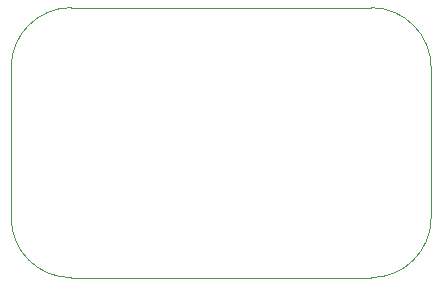
<source format=gm1>
G04 #@! TF.GenerationSoftware,KiCad,Pcbnew,7.0.2-0*
G04 #@! TF.CreationDate,2024-01-28T15:47:01-06:00*
G04 #@! TF.ProjectId,wire_adapter,77697265-5f61-4646-9170-7465722e6b69,rev?*
G04 #@! TF.SameCoordinates,Original*
G04 #@! TF.FileFunction,Profile,NP*
%FSLAX46Y46*%
G04 Gerber Fmt 4.6, Leading zero omitted, Abs format (unit mm)*
G04 Created by KiCad (PCBNEW 7.0.2-0) date 2024-01-28 15:47:01*
%MOMM*%
%LPD*%
G01*
G04 APERTURE LIST*
G04 #@! TA.AperFunction,Profile*
%ADD10C,0.100000*%
G04 #@! TD*
G04 APERTURE END LIST*
D10*
X132080000Y-106680000D02*
X157480000Y-106680000D01*
X127000000Y-88900000D02*
X127000000Y-101600000D01*
X157480000Y-83820000D02*
X132080000Y-83820000D01*
X162560000Y-101600000D02*
X162560000Y-88900000D01*
X157480000Y-106680000D02*
G75*
G03*
X162560000Y-101600000I0J5080000D01*
G01*
X127000000Y-101600000D02*
G75*
G03*
X132080000Y-106680000I5080000J0D01*
G01*
X132080000Y-83820000D02*
G75*
G03*
X127000000Y-88900000I0J-5080000D01*
G01*
X162560000Y-88900000D02*
G75*
G03*
X157480000Y-83820000I-5080000J0D01*
G01*
M02*

</source>
